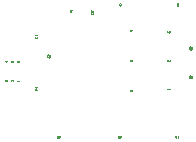
<source format=gbr>
G04*
G04 #@! TF.GenerationSoftware,Altium Limited,Altium Designer,22.4.2 (48)*
G04*
G04 Layer_Color=16711935*
%FSLAX25Y25*%
%MOIN*%
G70*
G04*
G04 #@! TF.SameCoordinates,F1429C7B-AB02-4E32-93F6-432C4BA2DB55*
G04*
G04*
G04 #@! TF.FilePolarity,Positive*
G04*
G01*
G75*
%ADD166C,0.00079*%
D166*
X134250Y81883D02*
X134325Y81845D01*
X134362Y81733D01*
Y81658D01*
X134325Y81546D01*
X134212Y81471D01*
X134025Y81433D01*
X133837D01*
X133687Y81471D01*
X133612Y81546D01*
X133575Y81658D01*
Y81695D01*
X133612Y81808D01*
X133687Y81883D01*
X133800Y81920D01*
X133837D01*
X133950Y81883D01*
X134025Y81808D01*
X134062Y81695D01*
Y81658D01*
X134025Y81546D01*
X133950Y81471D01*
X133837Y81433D01*
X132394Y81883D02*
Y81508D01*
X132056Y81471D01*
X132094Y81508D01*
X132131Y81621D01*
Y81733D01*
X132094Y81845D01*
X132019Y81920D01*
X131906Y81958D01*
X131831D01*
X131719Y81920D01*
X131644Y81845D01*
X131606Y81733D01*
Y81621D01*
X131644Y81508D01*
X131681Y81471D01*
X131756Y81433D01*
X130425Y81808D02*
X129900Y81433D01*
Y81995D01*
X130425Y81808D02*
X129638D01*
X132206Y75132D02*
X132244D01*
X132319Y75169D01*
X132356Y75207D01*
X132394Y75282D01*
Y75432D01*
X132356Y75507D01*
X132319Y75544D01*
X132244Y75582D01*
X132169D01*
X132094Y75544D01*
X131981Y75469D01*
X131606Y75094D01*
Y75619D01*
X134212Y75094D02*
X134250Y75169D01*
X134362Y75282D01*
X133575D01*
X130425Y75169D02*
Y75582D01*
X130125Y75357D01*
Y75469D01*
X130088Y75544D01*
X130050Y75582D01*
X129938Y75619D01*
X129863D01*
X129750Y75582D01*
X129675Y75507D01*
X129638Y75394D01*
Y75282D01*
X129675Y75169D01*
X129713Y75132D01*
X129788Y75094D01*
X187402Y56700D02*
X187327Y56738D01*
X187214Y56850D01*
Y56063D01*
X186300Y56850D02*
X186674Y56063D01*
X186824Y56850D02*
X186300D01*
X191292Y77165D02*
X191254Y77090D01*
X191142Y76978D01*
X191929D01*
X191142Y76401D02*
X191179Y76513D01*
X191254Y76551D01*
X191329D01*
X191404Y76513D01*
X191442Y76438D01*
X191479Y76288D01*
X191517Y76176D01*
X191592Y76101D01*
X191667Y76063D01*
X191779D01*
X191854Y76101D01*
X191892Y76138D01*
X191929Y76251D01*
Y76401D01*
X191892Y76513D01*
X191854Y76551D01*
X191779Y76588D01*
X191667D01*
X191592Y76551D01*
X191517Y76476D01*
X191479Y76363D01*
X191442Y76213D01*
X191404Y76138D01*
X191329Y76101D01*
X191254D01*
X191179Y76138D01*
X191142Y76251D01*
Y76401D01*
X171378Y71834D02*
Y72208D01*
X171715Y72246D01*
X171678Y72208D01*
X171641Y72096D01*
Y71984D01*
X171678Y71871D01*
X171753Y71796D01*
X171865Y71759D01*
X171940D01*
X172053Y71796D01*
X172128Y71871D01*
X172165Y71984D01*
Y72096D01*
X172128Y72208D01*
X172090Y72246D01*
X172015Y72284D01*
X184046Y82246D02*
X184008D01*
X183933Y82209D01*
X183896Y82171D01*
X183858Y82096D01*
Y81946D01*
X183896Y81871D01*
X183933Y81834D01*
X184008Y81796D01*
X184083D01*
X184158Y81834D01*
X184271Y81909D01*
X184646Y82284D01*
Y81759D01*
X184008Y72677D02*
X183971Y72602D01*
X183858Y72490D01*
X184646D01*
X171491Y81834D02*
X171416Y81871D01*
X171378Y81984D01*
Y82059D01*
X171416Y82171D01*
X171528Y82246D01*
X171715Y82284D01*
X171903D01*
X172053Y82246D01*
X172128Y82171D01*
X172165Y82059D01*
Y82021D01*
X172128Y81909D01*
X172053Y81834D01*
X171940Y81796D01*
X171903D01*
X171791Y81834D01*
X171715Y81909D01*
X171678Y82021D01*
Y82059D01*
X171715Y82171D01*
X171791Y82246D01*
X171903Y82284D01*
X191292Y86772D02*
X191254Y86697D01*
X191142Y86584D01*
X191929D01*
X191404Y85707D02*
X191517Y85745D01*
X191592Y85820D01*
X191629Y85932D01*
Y85969D01*
X191592Y86082D01*
X191517Y86157D01*
X191404Y86194D01*
X191367D01*
X191254Y86157D01*
X191179Y86082D01*
X191142Y85969D01*
Y85932D01*
X191179Y85820D01*
X191254Y85745D01*
X191404Y85707D01*
X191592D01*
X191779Y85745D01*
X191892Y85820D01*
X191929Y85932D01*
Y86007D01*
X191892Y86119D01*
X191817Y86157D01*
X183858Y91815D02*
Y91402D01*
X184158Y91627D01*
Y91515D01*
X184196Y91440D01*
X184233Y91402D01*
X184346Y91365D01*
X184421D01*
X184533Y91402D01*
X184608Y91477D01*
X184646Y91590D01*
Y91702D01*
X184608Y91815D01*
X184571Y91852D01*
X184496Y91890D01*
X187214Y101161D02*
X187327Y101124D01*
X187364Y101049D01*
Y100974D01*
X187327Y100899D01*
X187252Y100861D01*
X187102Y100824D01*
X186989Y100786D01*
X186914Y100711D01*
X186877Y100636D01*
Y100524D01*
X186914Y100449D01*
X186952Y100411D01*
X187064Y100374D01*
X187214D01*
X187327Y100411D01*
X187364Y100449D01*
X187402Y100524D01*
Y100636D01*
X187364Y100711D01*
X187289Y100786D01*
X187177Y100824D01*
X187027Y100861D01*
X186952Y100899D01*
X186914Y100974D01*
Y101049D01*
X186952Y101124D01*
X187064Y101161D01*
X187214D01*
X171378Y91759D02*
X172165Y92133D01*
X171378Y92283D02*
Y91759D01*
X168307Y56700D02*
X168232Y56738D01*
X168120Y56850D01*
Y56063D01*
X167280Y56738D02*
X167317Y56813D01*
X167430Y56850D01*
X167505D01*
X167617Y56813D01*
X167692Y56700D01*
X167730Y56513D01*
Y56325D01*
X167692Y56176D01*
X167617Y56100D01*
X167505Y56063D01*
X167467D01*
X167355Y56100D01*
X167280Y56176D01*
X167243Y56288D01*
Y56325D01*
X167280Y56438D01*
X167355Y56513D01*
X167467Y56550D01*
X167505D01*
X167617Y56513D01*
X167692Y56438D01*
X167730Y56325D01*
X148031Y56700D02*
X147957Y56738D01*
X147844Y56850D01*
Y56063D01*
X147004Y56850D02*
X147379D01*
X147417Y56513D01*
X147379Y56550D01*
X147267Y56588D01*
X147154D01*
X147042Y56550D01*
X146967Y56475D01*
X146929Y56363D01*
Y56288D01*
X146967Y56176D01*
X147042Y56100D01*
X147154Y56063D01*
X147267D01*
X147379Y56100D01*
X147417Y56138D01*
X147454Y56213D01*
X143949Y84134D02*
X143912Y84059D01*
X143799Y83946D01*
X144587D01*
X143799Y83482D02*
Y83069D01*
X144099Y83294D01*
Y83182D01*
X144137Y83107D01*
X144174Y83069D01*
X144287Y83032D01*
X144362D01*
X144474Y83069D01*
X144549Y83144D01*
X144587Y83257D01*
Y83369D01*
X144549Y83482D01*
X144512Y83519D01*
X144437Y83557D01*
X139717Y73307D02*
X139680Y73232D01*
X139567Y73120D01*
X140354D01*
X139567Y72355D02*
X140092Y72730D01*
Y72167D01*
X139567Y72355D02*
X140354D01*
X167820Y100899D02*
X167857Y100786D01*
X167932Y100711D01*
X168045Y100674D01*
X168082D01*
X168195Y100711D01*
X168270Y100786D01*
X168307Y100899D01*
Y100936D01*
X168270Y101049D01*
X168195Y101124D01*
X168082Y101161D01*
X168045D01*
X167932Y101124D01*
X167857Y101049D01*
X167820Y100899D01*
Y100711D01*
X167857Y100524D01*
X167932Y100411D01*
X168045Y100374D01*
X168120D01*
X168232Y100411D01*
X168270Y100487D01*
X139717Y90630D02*
X139680Y90555D01*
X139567Y90443D01*
X140354D01*
X139754Y90015D02*
X139717D01*
X139642Y89978D01*
X139605Y89940D01*
X139567Y89865D01*
Y89715D01*
X139605Y89640D01*
X139642Y89603D01*
X139717Y89565D01*
X139792D01*
X139867Y89603D01*
X139980Y89678D01*
X140354Y90053D01*
Y89528D01*
X158418Y98779D02*
X158380Y98705D01*
X158268Y98592D01*
X159055D01*
X158268Y97977D02*
X158305Y98090D01*
X158418Y98165D01*
X158605Y98202D01*
X158718D01*
X158905Y98165D01*
X159018Y98090D01*
X159055Y97977D01*
Y97902D01*
X159018Y97790D01*
X158905Y97715D01*
X158718Y97677D01*
X158605D01*
X158418Y97715D01*
X158305Y97790D01*
X158268Y97902D01*
Y97977D01*
X151969Y98728D02*
X151893Y98765D01*
X151781Y98878D01*
Y98091D01*
X151391Y98728D02*
X151316Y98765D01*
X151204Y98878D01*
Y98091D01*
M02*

</source>
